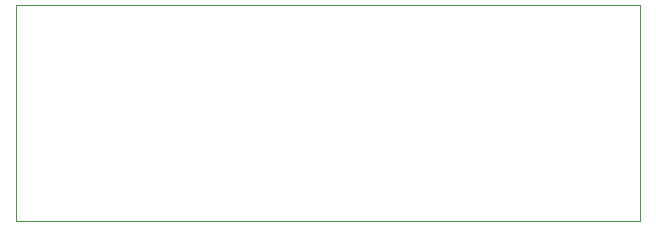
<source format=gbr>
G04 #@! TF.GenerationSoftware,KiCad,Pcbnew,(5.1.5)-3*
G04 #@! TF.CreationDate,2020-02-29T13:01:13-08:00*
G04 #@! TF.ProjectId,PA Rev 3.0,50412052-6576-4203-932e-302e6b696361,rev?*
G04 #@! TF.SameCoordinates,Original*
G04 #@! TF.FileFunction,Profile,NP*
%FSLAX46Y46*%
G04 Gerber Fmt 4.6, Leading zero omitted, Abs format (unit mm)*
G04 Created by KiCad (PCBNEW (5.1.5)-3) date 2020-02-29 13:01:13*
%MOMM*%
%LPD*%
G04 APERTURE LIST*
%ADD10C,0.050000*%
G04 APERTURE END LIST*
D10*
X51308000Y-88392000D02*
X104140000Y-88392000D01*
X104140000Y-70104000D02*
X51308000Y-70104000D01*
X104140000Y-88392000D02*
X104140000Y-70104000D01*
X51308000Y-70104000D02*
X51308000Y-88392000D01*
M02*

</source>
